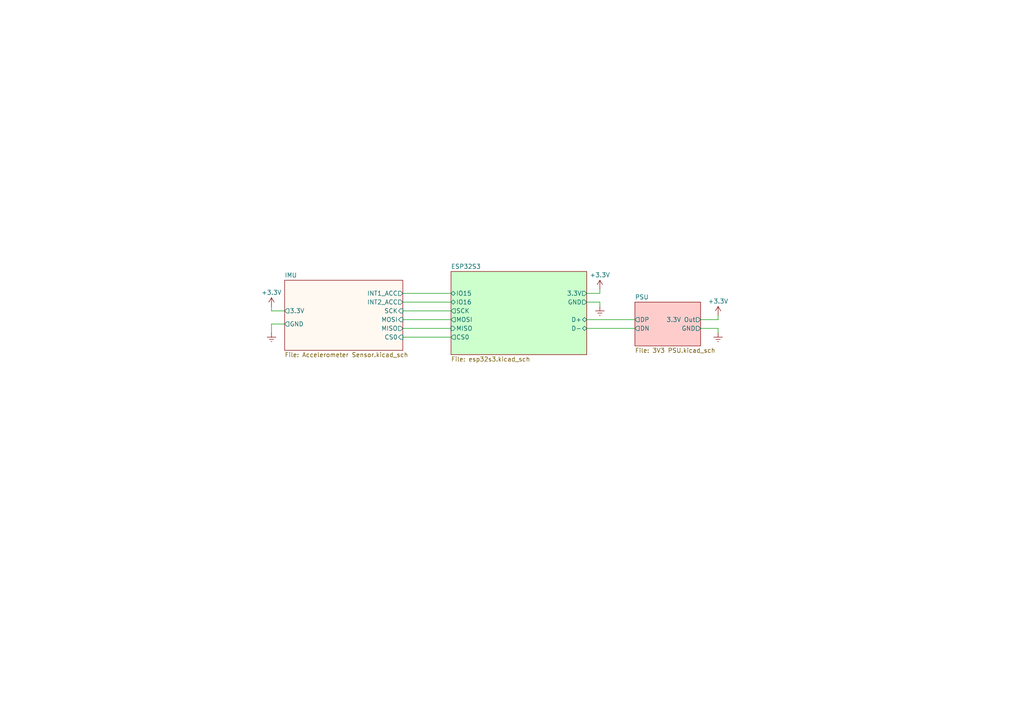
<source format=kicad_sch>
(kicad_sch (version 20250114) (generator "eeschema") (generator_version "9.0")
  (paper "A4")
  (title_block (title "Accelerometer Sensor") (date "2025-11-05") (rev "04") (company "SiGen Labs") (comment 1 "Designed by SiGen Labs") (comment 2 "www.fiverr.com/sigen_labs") (comment 3 "Property of NovoAi") (comment 4 "@Copyright & Reserved "))
  (lib_symbols
    (symbol "power:+3.3V" (power) (pin_names (offset 0))
      (property "Value" "+3.3V" (at 0 3.556 0))
      (symbol "+3.3V_0_1"
        (polyline (pts (xy -0.762 1.27) (xy 0 2.54)))
        (polyline (pts (xy 0 2.54) (xy 0.762 1.27)))
        (polyline (pts (xy 0 0) (xy 0 2.54)))
      )
      (symbol "+3.3V_1_1"
        (pin power_in line (at 0 0 90) (length 0) (hide yes) (name "+3.3V") (number "1"))
      )
    )
    (symbol "power:Earth" (power) (pin_names (offset 0))
      (symbol "Earth_0_1"
        (polyline (pts (xy -0.635 -1.905) (xy 0.635 -1.905)))
        (polyline (pts (xy -0.127 -2.54) (xy 0.127 -2.54)))
        (polyline (pts (xy 0 -1.27) (xy 0 0)))
        (polyline (pts (xy 1.27 -1.27) (xy -1.27 -1.27)))
      )
      (symbol "Earth_1_1"
        (pin power_in line (at 0 0 270) (length 0) (hide yes) (name "Earth") (number "1"))
      )
    )
  )
  (wire (pts (xy 116.84 92.71) (xy 130.81 92.71)))
  (wire (pts (xy 208.28 92.71) (xy 203.2 92.71)))
  (wire (pts (xy 173.99 85.09) (xy 173.99 83.82)))
  (wire (pts (xy 116.84 87.63) (xy 130.81 87.63)))
  (wire (pts (xy 208.28 96.52) (xy 208.28 95.25)))
  (wire (pts (xy 173.99 87.63) (xy 173.99 88.9)))
  (wire (pts (xy 170.18 92.71) (xy 184.15 92.71)))
  (wire (pts (xy 116.84 90.17) (xy 130.81 90.17)))
  (wire (pts (xy 78.74 90.17) (xy 78.74 88.9)))
  (wire (pts (xy 116.84 97.79) (xy 130.81 97.79)))
  (wire (pts (xy 78.74 93.98) (xy 78.74 96.52)))
  (wire (pts (xy 116.84 85.09) (xy 130.81 85.09)))
  (wire (pts (xy 82.55 93.98) (xy 78.74 93.98)))
  (wire (pts (xy 170.18 85.09) (xy 173.99 85.09)))
  (wire (pts (xy 82.55 90.17) (xy 78.74 90.17)))
  (wire (pts (xy 170.18 87.63) (xy 173.99 87.63)))
  (wire (pts (xy 203.2 95.25) (xy 208.28 95.25)))
  (wire (pts (xy 208.28 92.71) (xy 208.28 91.44)))
  (wire (pts (xy 116.84 95.25) (xy 130.81 95.25)))
  (wire (pts (xy 170.18 95.25) (xy 184.15 95.25)))
  (symbol (lib_id "power:Earth") (at 208.28 96.52 0) (mirror y) (unit 1)
    (property "Reference" "#PWR07" (effects (hide yes)))
    (property "Value" "Earth" (effects (hide yes)))
  )
  (symbol (lib_id "power:Earth") (at 78.74 96.52 0) (mirror y) (unit 1)
    (property "Reference" "#PWR0101" (effects (hide yes)))
    (property "Value" "Earth" (effects (hide yes)))
  )
  (symbol (lib_id "power:Earth") (at 173.99 88.9 0) (mirror y) (unit 1)
    (property "Reference" "#PWR06" (effects (hide yes)))
    (property "Value" "Earth" (effects (hide yes)))
  )
  (symbol (lib_id "power:+3.3V") (at 78.74 88.9 0) (unit 1)
    (property "Reference" "#PWR03" (effects (hide yes)))
    (property "Value" "+3.3V" (at 78.74 84.836 0))
  )
  (symbol (lib_id "power:+3.3V") (at 173.99 83.82 0) (unit 1)
    (property "Reference" "#PWR01" (effects (hide yes)))
    (property "Value" "+3.3V" (at 173.99 79.756 0))
  )
  (symbol (lib_id "power:+3.3V") (at 208.28 91.44 0) (unit 1)
    (property "Reference" "#PWR02" (effects (hide yes)))
    (property "Value" "+3.3V" (at 208.28 87.376 0))
  )
  (sheet (at 130.81 78.74) (size 39.37 24.13) (stroke (width 0.1524)) (fill (color 0 255 0 0.2000))
    (property "Sheetname" "ESP32S3" (at 130.81 78.0284 0) (effects (justify left bottom)))
    (property "Sheetfile" "esp32s3.kicad_sch" (at 130.81 103.4546 0) (effects (justify left top)))
    (pin "GND" output (at 170.18 87.63 0))
    (pin "3.3V" output (at 170.18 85.09 0))
    (pin "MOSI" output (at 130.81 92.71 180))
    (pin "SCK" output (at 130.81 90.17 180))
    (pin "MISO" input (at 130.81 95.25 180))
    (pin "IO16" bidirectional (at 130.81 87.63 180))
    (pin "IO15" bidirectional (at 130.81 85.09 180))
    (pin "CS0" output (at 130.81 97.79 180))
    (pin "D-" bidirectional (at 170.18 95.25 0))
    (pin "D+" bidirectional (at 170.18 92.71 0))
  )
  (sheet (at 184.15 87.63) (size 19.05 12.7) (stroke (width 0.1524)) (fill (color 255 0 0 0.2000))
    (property "Sheetname" "PSU" (at 184.15 86.9184 0) (effects (justify left bottom)))
    (property "Sheetfile" "3V3 PSU.kicad_sch" (at 184.15 100.9146 0) (effects (justify left top)))
    (pin "3.3V Out" output (at 203.2 92.71 0))
    (pin "DP" output (at 184.15 92.71 180))
    (pin "GND" output (at 203.2 95.25 0))
    (pin "DN" output (at 184.15 95.25 180))
  )
  (sheet (at 82.55 81.28) (size 34.29 20.32) (stroke (width 0.1524)) (fill (color 255 229 191 0.2000))
    (property "Sheetname" "IMU" (at 82.55 80.5684 0) (effects (justify left bottom)))
    (property "Sheetfile" "Accelerometer Sensor.kicad_sch" (at 82.55 102.1846 0) (effects (justify left top)))
    (pin "3.3V" output (at 82.55 90.17 180))
    (pin "GND" output (at 82.55 93.98 180))
    (pin "INT1_ACC" output (at 116.84 85.09 0))
    (pin "INT2_ACC" output (at 116.84 87.63 0))
    (pin "MISO" output (at 116.84 95.25 0))
    (pin "MOSI" input (at 116.84 92.71 0))
    (pin "SCK" input (at 116.84 90.17 0))
    (pin "CS0" input (at 116.84 97.79 0))
  )
)
</source>
